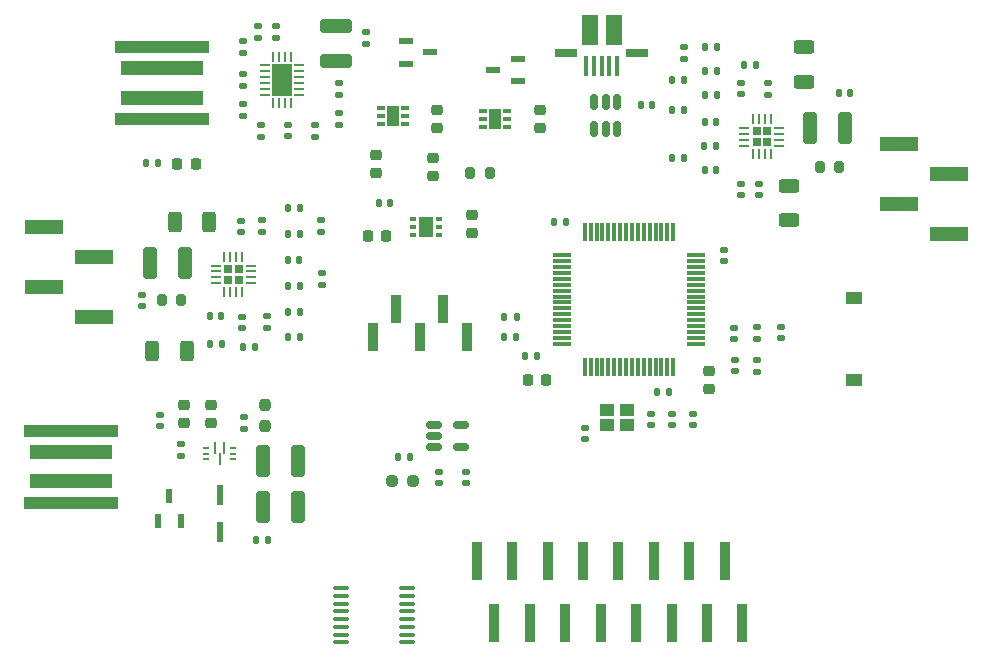
<source format=gtp>
%TF.GenerationSoftware,KiCad,Pcbnew,(6.0.11-0)*%
%TF.CreationDate,2023-04-07T11:55:25-07:00*%
%TF.ProjectId,SADA_Board,53414441-5f42-46f6-9172-642e6b696361,rev?*%
%TF.SameCoordinates,Original*%
%TF.FileFunction,Paste,Top*%
%TF.FilePolarity,Positive*%
%FSLAX46Y46*%
G04 Gerber Fmt 4.6, Leading zero omitted, Abs format (unit mm)*
G04 Created by KiCad (PCBNEW (6.0.11-0)) date 2023-04-07 11:55:25*
%MOMM*%
%LPD*%
G01*
G04 APERTURE LIST*
G04 Aperture macros list*
%AMRoundRect*
0 Rectangle with rounded corners*
0 $1 Rounding radius*
0 $2 $3 $4 $5 $6 $7 $8 $9 X,Y pos of 4 corners*
0 Add a 4 corners polygon primitive as box body*
4,1,4,$2,$3,$4,$5,$6,$7,$8,$9,$2,$3,0*
0 Add four circle primitives for the rounded corners*
1,1,$1+$1,$2,$3*
1,1,$1+$1,$4,$5*
1,1,$1+$1,$6,$7*
1,1,$1+$1,$8,$9*
0 Add four rect primitives between the rounded corners*
20,1,$1+$1,$2,$3,$4,$5,0*
20,1,$1+$1,$4,$5,$6,$7,0*
20,1,$1+$1,$6,$7,$8,$9,0*
20,1,$1+$1,$8,$9,$2,$3,0*%
G04 Aperture macros list end*
%ADD10RoundRect,0.135000X-0.185000X0.135000X-0.185000X-0.135000X0.185000X-0.135000X0.185000X0.135000X0*%
%ADD11RoundRect,0.147500X0.147500X0.172500X-0.147500X0.172500X-0.147500X-0.172500X0.147500X-0.172500X0*%
%ADD12RoundRect,0.140000X0.170000X-0.140000X0.170000X0.140000X-0.170000X0.140000X-0.170000X-0.140000X0*%
%ADD13RoundRect,0.147500X0.172500X-0.147500X0.172500X0.147500X-0.172500X0.147500X-0.172500X-0.147500X0*%
%ADD14RoundRect,0.225000X0.250000X-0.225000X0.250000X0.225000X-0.250000X0.225000X-0.250000X-0.225000X0*%
%ADD15R,1.300000X0.600000*%
%ADD16RoundRect,0.200000X0.200000X0.275000X-0.200000X0.275000X-0.200000X-0.275000X0.200000X-0.275000X0*%
%ADD17R,0.914400X3.302000*%
%ADD18RoundRect,0.135000X-0.135000X-0.185000X0.135000X-0.185000X0.135000X0.185000X-0.135000X0.185000X0*%
%ADD19RoundRect,0.250000X0.325000X1.100000X-0.325000X1.100000X-0.325000X-1.100000X0.325000X-1.100000X0*%
%ADD20R,7.000000X1.240000*%
%ADD21R,8.000000X1.100000*%
%ADD22RoundRect,0.250000X0.312500X0.625000X-0.312500X0.625000X-0.312500X-0.625000X0.312500X-0.625000X0*%
%ADD23R,0.850000X2.350000*%
%ADD24RoundRect,0.225000X-0.225000X-0.250000X0.225000X-0.250000X0.225000X0.250000X-0.225000X0.250000X0*%
%ADD25RoundRect,0.237500X0.237500X-0.250000X0.237500X0.250000X-0.237500X0.250000X-0.237500X-0.250000X0*%
%ADD26RoundRect,0.147500X-0.172500X0.147500X-0.172500X-0.147500X0.172500X-0.147500X0.172500X0.147500X0*%
%ADD27RoundRect,0.140000X-0.140000X-0.170000X0.140000X-0.170000X0.140000X0.170000X-0.140000X0.170000X0*%
%ADD28RoundRect,0.200000X-0.200000X-0.275000X0.200000X-0.275000X0.200000X0.275000X-0.200000X0.275000X0*%
%ADD29RoundRect,0.135000X0.135000X0.185000X-0.135000X0.185000X-0.135000X-0.185000X0.135000X-0.185000X0*%
%ADD30R,0.600000X1.300000*%
%ADD31R,0.850000X0.250000*%
%ADD32R,0.250000X0.850000*%
%ADD33R,1.700000X2.700000*%
%ADD34RoundRect,0.150000X-0.512500X-0.150000X0.512500X-0.150000X0.512500X0.150000X-0.512500X0.150000X0*%
%ADD35RoundRect,0.150000X-0.150000X0.512500X-0.150000X-0.512500X0.150000X-0.512500X0.150000X0.512500X0*%
%ADD36RoundRect,0.237500X0.250000X0.237500X-0.250000X0.237500X-0.250000X-0.237500X0.250000X-0.237500X0*%
%ADD37RoundRect,0.250000X0.625000X-0.312500X0.625000X0.312500X-0.625000X0.312500X-0.625000X-0.312500X0*%
%ADD38RoundRect,0.250000X-0.625000X0.312500X-0.625000X-0.312500X0.625000X-0.312500X0.625000X0.312500X0*%
%ADD39RoundRect,0.218750X0.218750X0.256250X-0.218750X0.256250X-0.218750X-0.256250X0.218750X-0.256250X0*%
%ADD40RoundRect,0.135000X0.185000X-0.135000X0.185000X0.135000X-0.185000X0.135000X-0.185000X-0.135000X0*%
%ADD41RoundRect,0.225000X-0.250000X0.225000X-0.250000X-0.225000X0.250000X-0.225000X0.250000X0.225000X0*%
%ADD42RoundRect,0.225000X0.225000X0.250000X-0.225000X0.250000X-0.225000X-0.250000X0.225000X-0.250000X0*%
%ADD43RoundRect,0.182500X0.182500X-0.182500X0.182500X0.182500X-0.182500X0.182500X-0.182500X-0.182500X0*%
%ADD44RoundRect,0.062500X0.062500X-0.325000X0.062500X0.325000X-0.062500X0.325000X-0.062500X-0.325000X0*%
%ADD45RoundRect,0.062500X0.325000X-0.062500X0.325000X0.062500X-0.325000X0.062500X-0.325000X-0.062500X0*%
%ADD46R,1.400000X1.000000*%
%ADD47R,0.600000X1.750000*%
%ADD48R,0.660400X0.304800*%
%ADD49R,0.990600X1.701800*%
%ADD50RoundRect,0.140000X-0.170000X0.140000X-0.170000X-0.140000X0.170000X-0.140000X0.170000X0.140000X0*%
%ADD51RoundRect,0.147500X-0.147500X-0.172500X0.147500X-0.172500X0.147500X0.172500X-0.147500X0.172500X0*%
%ADD52R,3.180000X1.270000*%
%ADD53RoundRect,0.250000X-0.325000X-1.100000X0.325000X-1.100000X0.325000X1.100000X-0.325000X1.100000X0*%
%ADD54RoundRect,0.075000X0.075000X-0.700000X0.075000X0.700000X-0.075000X0.700000X-0.075000X-0.700000X0*%
%ADD55RoundRect,0.075000X0.700000X-0.075000X0.700000X0.075000X-0.700000X0.075000X-0.700000X-0.075000X0*%
%ADD56R,1.200000X1.000000*%
%ADD57RoundRect,0.250000X1.100000X-0.325000X1.100000X0.325000X-1.100000X0.325000X-1.100000X-0.325000X0*%
%ADD58RoundRect,0.062500X-0.212500X0.062500X-0.212500X-0.062500X0.212500X-0.062500X0.212500X0.062500X0*%
%ADD59RoundRect,0.050000X0.050000X-0.450000X0.050000X0.450000X-0.050000X0.450000X-0.050000X-0.450000X0*%
%ADD60O,1.400000X0.349999*%
%ADD61R,0.600000X0.300000*%
%ADD62R,1.200000X1.700000*%
%ADD63RoundRect,0.182500X-0.182500X0.182500X-0.182500X-0.182500X0.182500X-0.182500X0.182500X0.182500X0*%
%ADD64RoundRect,0.062500X-0.062500X0.325000X-0.062500X-0.325000X0.062500X-0.325000X0.062500X0.325000X0*%
%ADD65RoundRect,0.062500X-0.325000X0.062500X-0.325000X-0.062500X0.325000X-0.062500X0.325000X0.062500X0*%
%ADD66R,0.400000X1.750000*%
%ADD67R,1.825000X0.700000*%
%ADD68R,1.425000X2.500000*%
G04 APERTURE END LIST*
D10*
%TO.C,R1*%
X168411000Y-94881600D03*
X168411000Y-95901600D03*
%TD*%
D11*
%TO.C,D1*%
X152174000Y-86032000D03*
X151204000Y-86032000D03*
%TD*%
D12*
%TO.C,C6*%
X165617000Y-89293000D03*
X165617000Y-88333000D03*
%TD*%
D13*
%TO.C,D4*%
X127644000Y-70375000D03*
X127644000Y-69405000D03*
%TD*%
D14*
%TO.C,C13*%
X140915000Y-82095000D03*
X140915000Y-80545000D03*
%TD*%
D15*
%TO.C,Q1*%
X148134000Y-74080000D03*
X148134000Y-72180000D03*
X146034000Y-73130000D03*
%TD*%
D16*
%TO.C,C25*%
X119643000Y-92623000D03*
X117993000Y-92623000D03*
%TD*%
D17*
%TO.C,J6*%
X144652400Y-114652200D03*
X146152399Y-119910000D03*
X147652399Y-114652200D03*
X149152401Y-119910000D03*
X150652400Y-114652200D03*
X152152400Y-119910000D03*
X153652400Y-114652200D03*
X155152399Y-119910000D03*
X156652401Y-114652200D03*
X158152401Y-119910000D03*
X159652400Y-114652200D03*
X161152400Y-119910000D03*
X162652399Y-114652200D03*
X164152401Y-119910000D03*
X165652401Y-114652200D03*
X167152400Y-119910000D03*
%TD*%
D12*
%TO.C,C9*%
X159434000Y-103194000D03*
X159434000Y-102234000D03*
%TD*%
%TO.C,C2*%
X153780600Y-104380600D03*
X153780600Y-103420600D03*
%TD*%
D18*
%TO.C,R27*%
X122054000Y-96304000D03*
X123074000Y-96304000D03*
%TD*%
D10*
%TO.C,R4*%
X126374000Y-77762000D03*
X126374000Y-78782000D03*
%TD*%
D19*
%TO.C,C19*%
X175855000Y-78018000D03*
X172905000Y-78018000D03*
%TD*%
D20*
%TO.C,J11*%
X110288000Y-105450000D03*
X110288000Y-107950000D03*
D21*
X110288000Y-103645000D03*
X110288000Y-109755000D03*
%TD*%
D22*
%TO.C,R25*%
X121994500Y-86019000D03*
X119069500Y-86019000D03*
%TD*%
D23*
%TO.C,J4*%
X135836000Y-95703000D03*
X137836000Y-93353000D03*
X139836000Y-95703000D03*
X141836000Y-93353000D03*
X143836000Y-95703000D03*
%TD*%
D24*
%TO.C,C17*%
X135427420Y-87162000D03*
X136977420Y-87162000D03*
%TD*%
D18*
%TO.C,C10*%
X138005200Y-105881800D03*
X139025200Y-105881800D03*
%TD*%
D12*
%TO.C,C5*%
X166464000Y-95892000D03*
X166464000Y-94932000D03*
%TD*%
D13*
%TO.C,D11*%
X117865000Y-103268000D03*
X117865000Y-102298000D03*
%TD*%
D25*
%TO.C,R28*%
X126755000Y-103291000D03*
X126755000Y-101466000D03*
%TD*%
D26*
%TO.C,D15*%
X168538000Y-82740000D03*
X168538000Y-83710000D03*
%TD*%
%TO.C,D16*%
X167014000Y-82740000D03*
X167014000Y-83710000D03*
%TD*%
D27*
%TO.C,C33*%
X158542400Y-76074200D03*
X159502400Y-76074200D03*
%TD*%
D28*
%TO.C,R11*%
X144091000Y-81828000D03*
X145741000Y-81828000D03*
%TD*%
D27*
%TO.C,C26*%
X128688000Y-95760000D03*
X129648000Y-95760000D03*
%TD*%
D10*
%TO.C,R5*%
X130984000Y-77760000D03*
X130984000Y-78780000D03*
%TD*%
D15*
%TO.C,Q2*%
X138624000Y-70680000D03*
X138624000Y-72580000D03*
X140724000Y-71630000D03*
%TD*%
D29*
%TO.C,R13*%
X168302000Y-72656000D03*
X167282000Y-72656000D03*
%TD*%
D30*
%TO.C,Q3*%
X117677000Y-111273000D03*
X119577000Y-111273000D03*
X118627000Y-109173000D03*
%TD*%
D14*
%TO.C,C15*%
X141284000Y-78035000D03*
X141284000Y-76485000D03*
%TD*%
D31*
%TO.C,IC1*%
X129602000Y-75204000D03*
X129602000Y-74704000D03*
X129602000Y-74204000D03*
X129602000Y-73704000D03*
X129602000Y-73204000D03*
X129602000Y-72704000D03*
D32*
X128902000Y-72004000D03*
X128402000Y-72004000D03*
X127902000Y-72004000D03*
X127402000Y-72004000D03*
D31*
X126702000Y-72704000D03*
X126702000Y-73204000D03*
X126702000Y-73704000D03*
X126702000Y-74204000D03*
X126702000Y-74704000D03*
X126702000Y-75204000D03*
D32*
X127402000Y-75904000D03*
X127902000Y-75904000D03*
X128402000Y-75904000D03*
X128902000Y-75904000D03*
D33*
X128152000Y-73954000D03*
%TD*%
D34*
%TO.C,U3*%
X141060700Y-103153800D03*
X141060700Y-104103800D03*
X141060700Y-105053800D03*
X143335700Y-105053800D03*
X143335700Y-103153800D03*
%TD*%
D27*
%TO.C,C3*%
X148754000Y-97322000D03*
X149714000Y-97322000D03*
%TD*%
D35*
%TO.C,U11*%
X156508600Y-75839100D03*
X155558600Y-75839100D03*
X154608600Y-75839100D03*
X154608600Y-78114100D03*
X155558600Y-78114100D03*
X156508600Y-78114100D03*
%TD*%
D29*
%TO.C,R31*%
X148023500Y-94052800D03*
X147003500Y-94052800D03*
%TD*%
D36*
%TO.C,R3*%
X139277200Y-107913800D03*
X137452200Y-107913800D03*
%TD*%
D37*
%TO.C,R16*%
X172364000Y-74118500D03*
X172364000Y-71193500D03*
%TD*%
D19*
%TO.C,C31*%
X129500000Y-110149000D03*
X126550000Y-110149000D03*
%TD*%
D38*
%TO.C,R17*%
X171078000Y-82905500D03*
X171078000Y-85830500D03*
%TD*%
D39*
%TO.C,D28*%
X120891500Y-81040000D03*
X119316500Y-81040000D03*
%TD*%
D11*
%TO.C,D17*%
X164943000Y-81574000D03*
X163973000Y-81574000D03*
%TD*%
D29*
%TO.C,C23*%
X164964000Y-75196000D03*
X163944000Y-75196000D03*
%TD*%
D18*
%TO.C,C27*%
X128658000Y-87024400D03*
X129678000Y-87024400D03*
%TD*%
D40*
%TO.C,R6*%
X124850000Y-77004000D03*
X124850000Y-75984000D03*
%TD*%
D10*
%TO.C,R9*%
X132978000Y-74206000D03*
X132978000Y-75226000D03*
%TD*%
D41*
%TO.C,C29*%
X122183000Y-101477000D03*
X122183000Y-103027000D03*
%TD*%
D18*
%TO.C,R26*%
X128658000Y-93583600D03*
X129678000Y-93583600D03*
%TD*%
D10*
%TO.C,R10*%
X124850000Y-70650000D03*
X124850000Y-71670000D03*
%TD*%
D14*
%TO.C,C18*%
X144217000Y-86908000D03*
X144217000Y-85358000D03*
%TD*%
D42*
%TO.C,C1*%
X150517000Y-99332000D03*
X148967000Y-99332000D03*
%TD*%
D43*
%TO.C,U6*%
X168342000Y-78322000D03*
X169242000Y-79222000D03*
X169242000Y-78322000D03*
X168342000Y-79222000D03*
D44*
X168042000Y-80259500D03*
X168542000Y-80259500D03*
X169042000Y-80259500D03*
X169542000Y-80259500D03*
D45*
X170279500Y-79522000D03*
X170279500Y-79022000D03*
X170279500Y-78522000D03*
X170279500Y-78022000D03*
D44*
X169542000Y-77284500D03*
X169042000Y-77284500D03*
X168542000Y-77284500D03*
X168042000Y-77284500D03*
D45*
X167304500Y-78022000D03*
X167304500Y-78522000D03*
X167304500Y-79022000D03*
X167304500Y-79522000D03*
%TD*%
D46*
%TO.C,S1*%
X176615200Y-99394400D03*
X176615200Y-92394400D03*
%TD*%
D12*
%TO.C,C8*%
X161198000Y-103194000D03*
X161198000Y-102234000D03*
%TD*%
D14*
%TO.C,C12*%
X149984000Y-78055000D03*
X149984000Y-76505000D03*
%TD*%
D27*
%TO.C,C7*%
X159930000Y-100370000D03*
X160890000Y-100370000D03*
%TD*%
D47*
%TO.C,L1*%
X122945000Y-109107000D03*
X122945000Y-112207000D03*
%TD*%
D48*
%TO.C,U5*%
X136521300Y-76352001D03*
X136521300Y-77002000D03*
X136521300Y-77651999D03*
X138578700Y-77651999D03*
X138578700Y-77002000D03*
X138578700Y-76352001D03*
D49*
X137550000Y-77002000D03*
%TD*%
D14*
%TO.C,C4*%
X164347000Y-100129000D03*
X164347000Y-98579000D03*
%TD*%
D11*
%TO.C,D9*%
X137336000Y-84368000D03*
X136366000Y-84368000D03*
%TD*%
D10*
%TO.C,R29*%
X119643000Y-104813000D03*
X119643000Y-105833000D03*
%TD*%
D26*
%TO.C,D26*%
X124800000Y-94005000D03*
X124800000Y-94975000D03*
%TD*%
D40*
%TO.C,R8*%
X124850000Y-74464000D03*
X124850000Y-73444000D03*
%TD*%
D50*
%TO.C,C35*%
X126120000Y-69410000D03*
X126120000Y-70370000D03*
%TD*%
D18*
%TO.C,C28*%
X128658000Y-91397200D03*
X129678000Y-91397200D03*
%TD*%
D51*
%TO.C,D25*%
X128660000Y-89210800D03*
X129630000Y-89210800D03*
%TD*%
D29*
%TO.C,R14*%
X162174000Y-80558000D03*
X161154000Y-80558000D03*
%TD*%
D10*
%TO.C,R30*%
X124977000Y-102525000D03*
X124977000Y-103545000D03*
%TD*%
D52*
%TO.C,J9*%
X184608000Y-86980000D03*
X180408000Y-84440000D03*
X184608000Y-81900000D03*
X180408000Y-79360000D03*
%TD*%
D20*
%TO.C,J7*%
X117992000Y-75458000D03*
X117992000Y-72958000D03*
D21*
X117992000Y-77263000D03*
X117992000Y-71153000D03*
%TD*%
D11*
%TO.C,D27*%
X122999000Y-93982000D03*
X122029000Y-93982000D03*
%TD*%
D29*
%TO.C,R18*%
X164964000Y-73164000D03*
X163944000Y-73164000D03*
%TD*%
D51*
%TO.C,D10*%
X125993000Y-112943000D03*
X126963000Y-112943000D03*
%TD*%
D26*
%TO.C,D21*%
X116341000Y-92138000D03*
X116341000Y-93108000D03*
%TD*%
D53*
%TO.C,C32*%
X126586000Y-106211000D03*
X129536000Y-106211000D03*
%TD*%
D10*
%TO.C,R7*%
X132978000Y-76746000D03*
X132978000Y-77766000D03*
%TD*%
D13*
%TO.C,D6*%
X170392200Y-95851200D03*
X170392200Y-94881200D03*
%TD*%
D54*
%TO.C,U1*%
X153796000Y-98229000D03*
X154296000Y-98229000D03*
X154796000Y-98229000D03*
X155296000Y-98229000D03*
X155796000Y-98229000D03*
X156296000Y-98229000D03*
X156796000Y-98229000D03*
X157296000Y-98229000D03*
X157796000Y-98229000D03*
X158296000Y-98229000D03*
X158796000Y-98229000D03*
X159296000Y-98229000D03*
X159796000Y-98229000D03*
X160296000Y-98229000D03*
X160796000Y-98229000D03*
X161296000Y-98229000D03*
D55*
X163221000Y-96304000D03*
X163221000Y-95804000D03*
X163221000Y-95304000D03*
X163221000Y-94804000D03*
X163221000Y-94304000D03*
X163221000Y-93804000D03*
X163221000Y-93304000D03*
X163221000Y-92804000D03*
X163221000Y-92304000D03*
X163221000Y-91804000D03*
X163221000Y-91304000D03*
X163221000Y-90804000D03*
X163221000Y-90304000D03*
X163221000Y-89804000D03*
X163221000Y-89304000D03*
X163221000Y-88804000D03*
D54*
X161296000Y-86879000D03*
X160796000Y-86879000D03*
X160296000Y-86879000D03*
X159796000Y-86879000D03*
X159296000Y-86879000D03*
X158796000Y-86879000D03*
X158296000Y-86879000D03*
X157796000Y-86879000D03*
X157296000Y-86879000D03*
X156796000Y-86879000D03*
X156296000Y-86879000D03*
X155796000Y-86879000D03*
X155296000Y-86879000D03*
X154796000Y-86879000D03*
X154296000Y-86879000D03*
X153796000Y-86879000D03*
D55*
X151871000Y-88804000D03*
X151871000Y-89304000D03*
X151871000Y-89804000D03*
X151871000Y-90304000D03*
X151871000Y-90804000D03*
X151871000Y-91304000D03*
X151871000Y-91804000D03*
X151871000Y-92304000D03*
X151871000Y-92804000D03*
X151871000Y-93304000D03*
X151871000Y-93804000D03*
X151871000Y-94304000D03*
X151871000Y-94804000D03*
X151871000Y-95304000D03*
X151871000Y-95804000D03*
X151871000Y-96304000D03*
%TD*%
D13*
%TO.C,D5*%
X135264000Y-70906000D03*
X135264000Y-69936000D03*
%TD*%
D56*
%TO.C,Y1*%
X155709500Y-103190000D03*
X157409500Y-103190000D03*
X157409500Y-101890000D03*
X155709500Y-101890000D03*
%TD*%
D28*
%TO.C,C20*%
X173682000Y-81320000D03*
X175332000Y-81320000D03*
%TD*%
D10*
%TO.C,R23*%
X131581000Y-90337000D03*
X131581000Y-91357000D03*
%TD*%
%TO.C,R20*%
X126882000Y-93980000D03*
X126882000Y-95000000D03*
%TD*%
D40*
%TO.C,R2*%
X168411000Y-98666200D03*
X168411000Y-97646200D03*
%TD*%
D14*
%TO.C,C30*%
X119897000Y-103020000D03*
X119897000Y-101470000D03*
%TD*%
D26*
%TO.C,D8*%
X143722200Y-107151800D03*
X143722200Y-108121800D03*
%TD*%
D11*
%TO.C,D20*%
X162165000Y-73926000D03*
X161195000Y-73926000D03*
%TD*%
D29*
%TO.C,R32*%
X117661500Y-81030000D03*
X116641500Y-81030000D03*
%TD*%
D57*
%TO.C,C34*%
X132724000Y-72332000D03*
X132724000Y-69382000D03*
%TD*%
D13*
%TO.C,D19*%
X167030000Y-75173000D03*
X167030000Y-74203000D03*
%TD*%
D29*
%TO.C,R15*%
X162174000Y-76494000D03*
X161154000Y-76494000D03*
%TD*%
D41*
%TO.C,C16*%
X136089000Y-80278000D03*
X136089000Y-81828000D03*
%TD*%
D51*
%TO.C,D14*%
X175292000Y-75097000D03*
X176262000Y-75097000D03*
%TD*%
D13*
%TO.C,D23*%
X126504000Y-86807500D03*
X126504000Y-85837500D03*
%TD*%
D58*
%TO.C,U8*%
X124057000Y-105097000D03*
D59*
X123277000Y-105097000D03*
X122477000Y-105097000D03*
D58*
X121697000Y-105097000D03*
X121697000Y-105597000D03*
X121697000Y-106097000D03*
D59*
X122877000Y-106097000D03*
D58*
X124057000Y-106097000D03*
X124057000Y-105597000D03*
%TD*%
D22*
%TO.C,R24*%
X120089500Y-96941000D03*
X117164500Y-96941000D03*
%TD*%
D60*
%TO.C,U2*%
X133164601Y-117017598D03*
X133164601Y-117667599D03*
X133164601Y-118317598D03*
X133164601Y-118967599D03*
X133164601Y-119617598D03*
X133164601Y-120267599D03*
X133164601Y-120917598D03*
X133164601Y-121567599D03*
X138764599Y-121567599D03*
X138764599Y-120917598D03*
X138764599Y-120267599D03*
X138764599Y-119617598D03*
X138764599Y-118967599D03*
X138764599Y-118317598D03*
X138764599Y-117667599D03*
X138764599Y-117017598D03*
%TD*%
D11*
%TO.C,D18*%
X164943000Y-77510000D03*
X163973000Y-77510000D03*
%TD*%
D18*
%TO.C,R21*%
X124850000Y-96560000D03*
X125870000Y-96560000D03*
%TD*%
D48*
%TO.C,U4*%
X145157300Y-76606001D03*
X145157300Y-77256000D03*
X145157300Y-77905999D03*
X147214700Y-77905999D03*
X147214700Y-77256000D03*
X147214700Y-76606001D03*
D49*
X146186000Y-77256000D03*
%TD*%
D26*
%TO.C,D2*%
X162972000Y-102209000D03*
X162972000Y-103179000D03*
%TD*%
D61*
%TO.C,IC2*%
X141444000Y-87050000D03*
X141444000Y-86400000D03*
X141444000Y-85750000D03*
X139244000Y-85750000D03*
X139244000Y-86400000D03*
X139244000Y-87050000D03*
D62*
X140344000Y-86400000D03*
%TD*%
D29*
%TO.C,C22*%
X164948000Y-79542000D03*
X163928000Y-79542000D03*
%TD*%
D53*
%TO.C,C24*%
X116975000Y-89448000D03*
X119925000Y-89448000D03*
%TD*%
D51*
%TO.C,D24*%
X128683000Y-84838000D03*
X129653000Y-84838000D03*
%TD*%
D40*
%TO.C,R22*%
X131454000Y-86872000D03*
X131454000Y-85852000D03*
%TD*%
D63*
%TO.C,U7*%
X123588000Y-90876000D03*
X123588000Y-89976000D03*
X124488000Y-89976000D03*
X124488000Y-90876000D03*
D64*
X124788000Y-88938500D03*
X124288000Y-88938500D03*
X123788000Y-88938500D03*
X123288000Y-88938500D03*
D65*
X122550500Y-89676000D03*
X122550500Y-90176000D03*
X122550500Y-90676000D03*
X122550500Y-91176000D03*
D64*
X123288000Y-91913500D03*
X123788000Y-91913500D03*
X124288000Y-91913500D03*
X124788000Y-91913500D03*
D65*
X125525500Y-91176000D03*
X125525500Y-90676000D03*
X125525500Y-90176000D03*
X125525500Y-89676000D03*
%TD*%
D50*
%TO.C,C11*%
X141436200Y-107151800D03*
X141436200Y-108111800D03*
%TD*%
D26*
%TO.C,D7*%
X166480600Y-97649800D03*
X166480600Y-98619800D03*
%TD*%
D50*
%TO.C,C21*%
X162188000Y-71188000D03*
X162188000Y-72148000D03*
%TD*%
D29*
%TO.C,R12*%
X164964000Y-71132000D03*
X163944000Y-71132000D03*
%TD*%
D10*
%TO.C,R19*%
X169316000Y-74180000D03*
X169316000Y-75200000D03*
%TD*%
D13*
%TO.C,D22*%
X124664000Y-86835000D03*
X124664000Y-85865000D03*
%TD*%
D50*
%TO.C,C14*%
X128660000Y-77762000D03*
X128660000Y-78722000D03*
%TD*%
D11*
%TO.C,D3*%
X147950500Y-95721800D03*
X146980500Y-95721800D03*
%TD*%
D66*
%TO.C,J8*%
X156540400Y-72803200D03*
X155890400Y-72803200D03*
X155240400Y-72803200D03*
X154590400Y-72803200D03*
X153940400Y-72803200D03*
D67*
X152250400Y-71688200D03*
D68*
X156240400Y-69728200D03*
D67*
X158230400Y-71688200D03*
D68*
X154240400Y-69728200D03*
%TD*%
D52*
%TO.C,J10*%
X108018000Y-86400000D03*
X112218000Y-88940000D03*
X108018000Y-91480000D03*
X112218000Y-94020000D03*
%TD*%
M02*

</source>
